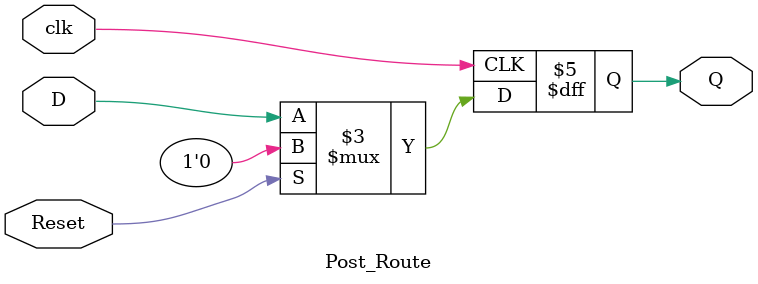
<source format=v>
`timescale 1ns / 1ps
module Post_Route( clk , Reset , D , Q  );
	input	clk , Reset , D ;
	output reg Q ;
	always @ (posedge clk )
		if(Reset)
			Q <= 0 ;
		else 
			Q <= D ;



endmodule

</source>
